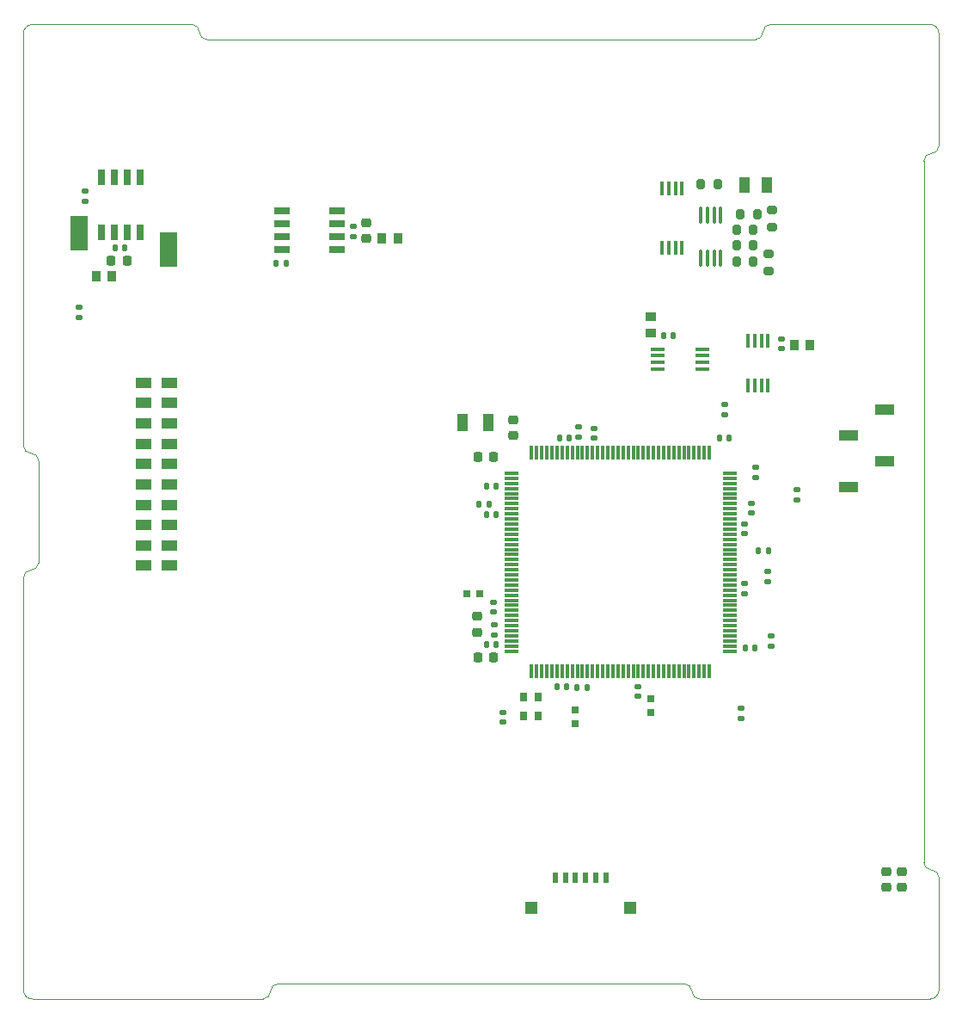
<source format=gbp>
%TF.GenerationSoftware,KiCad,Pcbnew,6.0.9*%
%TF.CreationDate,2023-07-28T14:51:24+03:00*%
%TF.ProjectId,obc-adcs-board,6f62632d-6164-4637-932d-626f6172642e,rev?*%
%TF.SameCoordinates,PX3e2df80PY83e4a60*%
%TF.FileFunction,Paste,Bot*%
%TF.FilePolarity,Positive*%
%FSLAX46Y46*%
G04 Gerber Fmt 4.6, Leading zero omitted, Abs format (unit mm)*
G04 Created by KiCad (PCBNEW 6.0.9) date 2023-07-28 14:51:24*
%MOMM*%
%LPD*%
G01*
G04 APERTURE LIST*
G04 Aperture macros list*
%AMRoundRect*
0 Rectangle with rounded corners*
0 $1 Rounding radius*
0 $2 $3 $4 $5 $6 $7 $8 $9 X,Y pos of 4 corners*
0 Add a 4 corners polygon primitive as box body*
4,1,4,$2,$3,$4,$5,$6,$7,$8,$9,$2,$3,0*
0 Add four circle primitives for the rounded corners*
1,1,$1+$1,$2,$3*
1,1,$1+$1,$4,$5*
1,1,$1+$1,$6,$7*
1,1,$1+$1,$8,$9*
0 Add four rect primitives between the rounded corners*
20,1,$1+$1,$2,$3,$4,$5,0*
20,1,$1+$1,$4,$5,$6,$7,0*
20,1,$1+$1,$6,$7,$8,$9,0*
20,1,$1+$1,$8,$9,$2,$3,0*%
G04 Aperture macros list end*
%TA.AperFunction,Profile*%
%ADD10C,0.100000*%
%TD*%
%ADD11R,0.450000X1.475000*%
%ADD12RoundRect,0.135000X-0.185000X0.135000X-0.185000X-0.135000X0.185000X-0.135000X0.185000X0.135000X0*%
%ADD13R,1.780000X3.430000*%
%ADD14R,1.475000X0.300000*%
%ADD15R,0.300000X1.475000*%
%ADD16RoundRect,0.200000X-0.200000X-0.275000X0.200000X-0.275000X0.200000X0.275000X-0.200000X0.275000X0*%
%ADD17RoundRect,0.140000X0.170000X-0.140000X0.170000X0.140000X-0.170000X0.140000X-0.170000X-0.140000X0*%
%ADD18RoundRect,0.135000X0.185000X-0.135000X0.185000X0.135000X-0.185000X0.135000X-0.185000X-0.135000X0*%
%ADD19R,0.550000X1.000000*%
%ADD20R,1.260000X1.300000*%
%ADD21RoundRect,0.225000X0.225000X0.250000X-0.225000X0.250000X-0.225000X-0.250000X0.225000X-0.250000X0*%
%ADD22RoundRect,0.200000X0.200000X0.275000X-0.200000X0.275000X-0.200000X-0.275000X0.200000X-0.275000X0*%
%ADD23RoundRect,0.140000X-0.170000X0.140000X-0.170000X-0.140000X0.170000X-0.140000X0.170000X0.140000X0*%
%ADD24R,0.650000X1.528000*%
%ADD25R,1.400000X0.450000*%
%ADD26RoundRect,0.100000X-0.100000X0.712500X-0.100000X-0.712500X0.100000X-0.712500X0.100000X0.712500X0*%
%ADD27RoundRect,0.225000X0.250000X-0.225000X0.250000X0.225000X-0.250000X0.225000X-0.250000X-0.225000X0*%
%ADD28RoundRect,0.140000X-0.140000X-0.170000X0.140000X-0.170000X0.140000X0.170000X-0.140000X0.170000X0*%
%ADD29RoundRect,0.225000X-0.250000X0.225000X-0.250000X-0.225000X0.250000X-0.225000X0.250000X0.225000X0*%
%ADD30R,1.000000X1.800000*%
%ADD31RoundRect,0.140000X0.140000X0.170000X-0.140000X0.170000X-0.140000X-0.170000X0.140000X-0.170000X0*%
%ADD32R,1.905000X1.020000*%
%ADD33R,0.940000X1.010000*%
%ADD34R,0.940000X1.020000*%
%ADD35R,0.450000X1.400000*%
%ADD36R,1.010000X0.940000*%
%ADD37RoundRect,0.200000X0.275000X-0.200000X0.275000X0.200000X-0.275000X0.200000X-0.275000X-0.200000X0*%
%ADD38RoundRect,0.225000X-0.225000X-0.250000X0.225000X-0.250000X0.225000X0.250000X-0.225000X0.250000X0*%
%ADD39R,0.700000X0.650000*%
%ADD40R,0.650000X0.700000*%
%ADD41R,1.000000X1.500000*%
%ADD42RoundRect,0.135000X-0.135000X-0.185000X0.135000X-0.185000X0.135000X0.185000X-0.135000X0.185000X0*%
%ADD43RoundRect,0.200000X-0.275000X0.200000X-0.275000X-0.200000X0.275000X-0.200000X0.275000X0.200000X0*%
%ADD44RoundRect,0.135000X0.135000X0.185000X-0.135000X0.185000X-0.135000X-0.185000X0.135000X-0.185000X0*%
%ADD45R,1.528000X0.650000*%
%ADD46R,0.800000X0.900000*%
%ADD47R,1.500000X1.000000*%
G04 APERTURE END LIST*
D10*
X1600000Y43065000D02*
X1600000Y53065000D01*
X66685000Y120000D02*
X89370000Y120000D01*
X850000Y42315000D02*
G75*
G03*
X100000Y41565000I0J-750000D01*
G01*
X65935000Y870000D02*
G75*
G03*
X65185000Y1620000I-750000J0D01*
G01*
X72185000Y94510000D02*
G75*
G03*
X72935000Y95260000I0J750000D01*
G01*
X90270000Y12065000D02*
X90270000Y1020000D01*
X850000Y42315000D02*
G75*
G03*
X1600000Y43065000I0J750000D01*
G01*
X25185000Y1620000D02*
G75*
G03*
X24435000Y870000I0J-750000D01*
G01*
X18185000Y94510000D02*
X72185000Y94510000D01*
X100000Y41565000D02*
X100000Y1010000D01*
X73685000Y96010000D02*
G75*
G03*
X72935000Y95260000I0J-750000D01*
G01*
X1000000Y96010000D02*
G75*
G03*
X100000Y95110000I0J-900000D01*
G01*
X100000Y1010000D02*
G75*
G03*
X1000000Y110000I900000J0D01*
G01*
X88770000Y13565000D02*
X88770000Y82565000D01*
X90270000Y12065000D02*
G75*
G03*
X89520000Y12815000I-750000J0D01*
G01*
X89520000Y83315000D02*
G75*
G03*
X88770000Y82565000I0J-750000D01*
G01*
X88770000Y13565000D02*
G75*
G03*
X89520000Y12815000I750000J0D01*
G01*
X25185000Y1620000D02*
X65185000Y1620000D01*
X73685000Y96010000D02*
X89370000Y96010000D01*
X89520000Y83315000D02*
G75*
G03*
X90270000Y84065000I0J750000D01*
G01*
X89370000Y120000D02*
G75*
G03*
X90270000Y1020000I0J900000D01*
G01*
X1600000Y53065000D02*
G75*
G03*
X850000Y53815000I-750000J0D01*
G01*
X23685000Y120000D02*
G75*
G03*
X24435000Y870000I0J750000D01*
G01*
X90270000Y95110000D02*
G75*
G03*
X89370000Y96010000I-900000J0D01*
G01*
X17435000Y95260000D02*
G75*
G03*
X18185000Y94510000I750000J0D01*
G01*
X100000Y54565000D02*
G75*
G03*
X850000Y53815000I750000J0D01*
G01*
X1000000Y96010000D02*
X16685000Y96010000D01*
X90270000Y95110000D02*
X90270000Y84065000D01*
X100000Y95110000D02*
X100000Y54565000D01*
X17435000Y95260000D02*
G75*
G03*
X16685000Y96010000I-750000J0D01*
G01*
X23685000Y120000D02*
X1000000Y110000D01*
X65935000Y870000D02*
G75*
G03*
X66685000Y120000I750000J0D01*
G01*
D11*
%TO.C,Q2*%
X63025000Y79888000D03*
X63675000Y79888000D03*
X64325000Y79888000D03*
X64975000Y79888000D03*
X64975000Y74012000D03*
X64325000Y74012000D03*
X63675000Y74012000D03*
X63025000Y74012000D03*
%TD*%
D12*
%TO.C,R9*%
X70800000Y28770000D03*
X70800000Y27750000D03*
%TD*%
D13*
%TO.C,TP53*%
X5620000Y75500000D03*
%TD*%
D14*
%TO.C,U14*%
X48162000Y34350000D03*
X48162000Y34850000D03*
X48162000Y35350000D03*
X48162000Y35850000D03*
X48162000Y36350000D03*
X48162000Y36850000D03*
X48162000Y37350000D03*
X48162000Y37850000D03*
X48162000Y38350000D03*
X48162000Y38850000D03*
X48162000Y39350000D03*
X48162000Y39850000D03*
X48162000Y40350000D03*
X48162000Y40850000D03*
X48162000Y41350000D03*
X48162000Y41850000D03*
X48162000Y42350000D03*
X48162000Y42850000D03*
X48162000Y43350000D03*
X48162000Y43850000D03*
X48162000Y44350000D03*
X48162000Y44850000D03*
X48162000Y45350000D03*
X48162000Y45850000D03*
X48162000Y46350000D03*
X48162000Y46850000D03*
X48162000Y47350000D03*
X48162000Y47850000D03*
X48162000Y48350000D03*
X48162000Y48850000D03*
X48162000Y49350000D03*
X48162000Y49850000D03*
X48162000Y50350000D03*
X48162000Y50850000D03*
X48162000Y51350000D03*
X48162000Y51850000D03*
D15*
X50150000Y53838000D03*
X50650000Y53838000D03*
X51150000Y53838000D03*
X51650000Y53838000D03*
X52150000Y53838000D03*
X52650000Y53838000D03*
X53150000Y53838000D03*
X53650000Y53838000D03*
X54150000Y53838000D03*
X54650000Y53838000D03*
X55150000Y53838000D03*
X55650000Y53838000D03*
X56150000Y53838000D03*
X56650000Y53838000D03*
X57150000Y53838000D03*
X57650000Y53838000D03*
X58150000Y53838000D03*
X58650000Y53838000D03*
X59150000Y53838000D03*
X59650000Y53838000D03*
X60150000Y53838000D03*
X60650000Y53838000D03*
X61150000Y53838000D03*
X61650000Y53838000D03*
X62150000Y53838000D03*
X62650000Y53838000D03*
X63150000Y53838000D03*
X63650000Y53838000D03*
X64150000Y53838000D03*
X64650000Y53838000D03*
X65150000Y53838000D03*
X65650000Y53838000D03*
X66150000Y53838000D03*
X66650000Y53838000D03*
X67150000Y53838000D03*
X67650000Y53838000D03*
D14*
X69638000Y51850000D03*
X69638000Y51350000D03*
X69638000Y50850000D03*
X69638000Y50350000D03*
X69638000Y49850000D03*
X69638000Y49350000D03*
X69638000Y48850000D03*
X69638000Y48350000D03*
X69638000Y47850000D03*
X69638000Y47350000D03*
X69638000Y46850000D03*
X69638000Y46350000D03*
X69638000Y45850000D03*
X69638000Y45350000D03*
X69638000Y44850000D03*
X69638000Y44350000D03*
X69638000Y43850000D03*
X69638000Y43350000D03*
X69638000Y42850000D03*
X69638000Y42350000D03*
X69638000Y41850000D03*
X69638000Y41350000D03*
X69638000Y40850000D03*
X69638000Y40350000D03*
X69638000Y39850000D03*
X69638000Y39350000D03*
X69638000Y38850000D03*
X69638000Y38350000D03*
X69638000Y37850000D03*
X69638000Y37350000D03*
X69638000Y36850000D03*
X69638000Y36350000D03*
X69638000Y35850000D03*
X69638000Y35350000D03*
X69638000Y34850000D03*
X69638000Y34350000D03*
D15*
X67650000Y32362000D03*
X67150000Y32362000D03*
X66650000Y32362000D03*
X66150000Y32362000D03*
X65650000Y32362000D03*
X65150000Y32362000D03*
X64650000Y32362000D03*
X64150000Y32362000D03*
X63650000Y32362000D03*
X63150000Y32362000D03*
X62650000Y32362000D03*
X62150000Y32362000D03*
X61650000Y32362000D03*
X61150000Y32362000D03*
X60650000Y32362000D03*
X60150000Y32362000D03*
X59650000Y32362000D03*
X59150000Y32362000D03*
X58650000Y32362000D03*
X58150000Y32362000D03*
X57650000Y32362000D03*
X57150000Y32362000D03*
X56650000Y32362000D03*
X56150000Y32362000D03*
X55650000Y32362000D03*
X55150000Y32362000D03*
X54650000Y32362000D03*
X54150000Y32362000D03*
X53650000Y32362000D03*
X53150000Y32362000D03*
X52650000Y32362000D03*
X52150000Y32362000D03*
X51650000Y32362000D03*
X51150000Y32362000D03*
X50650000Y32362000D03*
X50150000Y32362000D03*
%TD*%
D16*
%TO.C,R32*%
X70325000Y75800000D03*
X71975000Y75800000D03*
%TD*%
D17*
%TO.C,C35*%
X56300000Y55320000D03*
X56300000Y56280000D03*
%TD*%
D18*
%TO.C,R23*%
X76250000Y49240000D03*
X76250000Y50260000D03*
%TD*%
D19*
%TO.C,J20*%
X57470000Y12065000D03*
X56470000Y12065000D03*
X55470000Y12065000D03*
X54470000Y12065000D03*
X53470000Y12065000D03*
X52470000Y12065000D03*
D20*
X59845000Y9075000D03*
X50095000Y9075000D03*
%TD*%
D21*
%TO.C,C21*%
X46425000Y53438000D03*
X44875000Y53438000D03*
%TD*%
D22*
%TO.C,R30*%
X72375000Y77350000D03*
X70725000Y77350000D03*
%TD*%
D18*
%TO.C,R123*%
X6200000Y78590000D03*
X6200000Y79610000D03*
%TD*%
D23*
%TO.C,C19*%
X74750000Y65080000D03*
X74750000Y64120000D03*
%TD*%
D22*
%TO.C,R31*%
X71975000Y72700000D03*
X70325000Y72700000D03*
%TD*%
D21*
%TO.C,C38*%
X46375000Y33750000D03*
X44825000Y33750000D03*
%TD*%
D12*
%TO.C,R10*%
X73710000Y35850000D03*
X73710000Y34830000D03*
%TD*%
D24*
%TO.C,U11*%
X11605000Y75549000D03*
X10335000Y75549000D03*
X9065000Y75549000D03*
X7795000Y75549000D03*
X7795000Y80971000D03*
X9065000Y80971000D03*
X10335000Y80971000D03*
X11605000Y80971000D03*
%TD*%
D25*
%TO.C,U13*%
X67000000Y64075000D03*
X67000000Y63425000D03*
X67000000Y62775000D03*
X67000000Y62125000D03*
X62600000Y62125000D03*
X62600000Y62775000D03*
X62600000Y63425000D03*
X62600000Y64075000D03*
%TD*%
D26*
%TO.C,U15*%
X66825000Y77212500D03*
X67475000Y77212500D03*
X68125000Y77212500D03*
X68775000Y77212500D03*
X68775000Y72987500D03*
X68125000Y72987500D03*
X67475000Y72987500D03*
X66825000Y72987500D03*
%TD*%
D23*
%TO.C,C33*%
X60625000Y30880000D03*
X60625000Y29920000D03*
%TD*%
D27*
%TO.C,C24*%
X48300000Y55575000D03*
X48300000Y57125000D03*
%TD*%
D17*
%TO.C,C40*%
X71150000Y40020000D03*
X71150000Y40980000D03*
%TD*%
D28*
%TO.C,C20*%
X63120000Y65400000D03*
X64080000Y65400000D03*
%TD*%
D23*
%TO.C,C26*%
X46400000Y39180000D03*
X46400000Y38220000D03*
%TD*%
D29*
%TO.C,C30*%
X44750000Y37775000D03*
X44750000Y36225000D03*
%TD*%
D28*
%TO.C,C18*%
X9150000Y74020000D03*
X10110000Y74020000D03*
%TD*%
D18*
%TO.C,R20*%
X73400000Y41140000D03*
X73400000Y42160000D03*
%TD*%
D27*
%TO.C,C101*%
X86600000Y11125000D03*
X86600000Y12675000D03*
%TD*%
D28*
%TO.C,C41*%
X71170000Y34650000D03*
X72130000Y34650000D03*
%TD*%
D30*
%TO.C,Y1*%
X43350000Y56800000D03*
X45850000Y56800000D03*
%TD*%
D27*
%TO.C,C92*%
X33900000Y74925000D03*
X33900000Y76475000D03*
%TD*%
D23*
%TO.C,C91*%
X47350000Y28330000D03*
X47350000Y27370000D03*
%TD*%
D31*
%TO.C,C28*%
X45940000Y48810000D03*
X44980000Y48810000D03*
%TD*%
D32*
%TO.C,J18*%
X84878000Y58110000D03*
X81322000Y55570000D03*
X84878000Y53030000D03*
X81322000Y50490000D03*
%TD*%
D33*
%TO.C,F8*%
X77590000Y64450000D03*
X76010000Y64450000D03*
%TD*%
D34*
%TO.C,F7*%
X7260000Y71200000D03*
X8840000Y71200000D03*
%TD*%
D28*
%TO.C,C23*%
X52670000Y30825000D03*
X53630000Y30825000D03*
%TD*%
D35*
%TO.C,U12*%
X73425000Y60450000D03*
X72775000Y60450000D03*
X72125000Y60450000D03*
X71475000Y60450000D03*
X71475000Y64850000D03*
X72125000Y64850000D03*
X72775000Y64850000D03*
X73425000Y64850000D03*
%TD*%
D28*
%TO.C,C31*%
X52870000Y55350000D03*
X53830000Y55350000D03*
%TD*%
D18*
%TO.C,R24*%
X72200000Y51390000D03*
X72200000Y52410000D03*
%TD*%
D27*
%TO.C,C99*%
X85100000Y11125000D03*
X85100000Y12675000D03*
%TD*%
D36*
%TO.C,F9*%
X61850000Y67240000D03*
X61850000Y65660000D03*
%TD*%
D37*
%TO.C,R29*%
X73450000Y71775000D03*
X73450000Y73425000D03*
%TD*%
D23*
%TO.C,C37*%
X71150000Y46880000D03*
X71150000Y45920000D03*
%TD*%
D38*
%TO.C,C94*%
X8755000Y72770000D03*
X10305000Y72770000D03*
%TD*%
D39*
%TO.C,FL3*%
X61900000Y28325000D03*
X61900000Y29675000D03*
%TD*%
D40*
%TO.C,FL1*%
X43725000Y40000000D03*
X45075000Y40000000D03*
%TD*%
D34*
%TO.C,F6*%
X36990000Y75000000D03*
X35410000Y75000000D03*
%TD*%
D31*
%TO.C,C22*%
X55580000Y30800000D03*
X54620000Y30800000D03*
%TD*%
D41*
%TO.C,F10*%
X73300000Y80250000D03*
X71100000Y80250000D03*
%TD*%
D13*
%TO.C,TP54*%
X14400000Y73900000D03*
%TD*%
D42*
%TO.C,R122*%
X24990000Y72500000D03*
X26010000Y72500000D03*
%TD*%
D12*
%TO.C,R14*%
X54800000Y56410000D03*
X54800000Y55390000D03*
%TD*%
D18*
%TO.C,R15*%
X69150000Y57590000D03*
X69150000Y58610000D03*
%TD*%
D16*
%TO.C,R33*%
X70325000Y74250000D03*
X71975000Y74250000D03*
%TD*%
D43*
%TO.C,R28*%
X73800000Y77725000D03*
X73800000Y76075000D03*
%TD*%
D31*
%TO.C,C32*%
X46680000Y50550000D03*
X45720000Y50550000D03*
%TD*%
D44*
%TO.C,R26*%
X73460000Y44200000D03*
X72440000Y44200000D03*
%TD*%
D23*
%TO.C,C39*%
X46450000Y36910000D03*
X46450000Y35950000D03*
%TD*%
D31*
%TO.C,C42*%
X46680000Y35000000D03*
X45720000Y35000000D03*
%TD*%
D12*
%TO.C,R11*%
X5550000Y68150000D03*
X5550000Y67130000D03*
%TD*%
D45*
%TO.C,U10*%
X31011000Y77705000D03*
X31011000Y76435000D03*
X31011000Y75165000D03*
X31011000Y73895000D03*
X25589000Y73895000D03*
X25589000Y75165000D03*
X25589000Y76435000D03*
X25589000Y77705000D03*
%TD*%
D46*
%TO.C,Y2*%
X49325000Y27975000D03*
X49325000Y29825000D03*
X50775000Y29825000D03*
X50775000Y27975000D03*
%TD*%
D28*
%TO.C,C34*%
X68620000Y55350000D03*
X69580000Y55350000D03*
%TD*%
D17*
%TO.C,C36*%
X71750000Y47920000D03*
X71750000Y48880000D03*
%TD*%
D16*
%TO.C,R34*%
X66825000Y80300000D03*
X68475000Y80300000D03*
%TD*%
D31*
%TO.C,C29*%
X46680000Y47800000D03*
X45720000Y47800000D03*
%TD*%
D47*
%TO.C,J19*%
X14470000Y60750000D03*
X14470000Y58750000D03*
X14470000Y56750000D03*
X14470000Y54750000D03*
X14470000Y52750000D03*
X14470000Y50750000D03*
X14470000Y48750000D03*
X14470000Y46750000D03*
X14470000Y44750000D03*
X14470000Y42750000D03*
X11970000Y60750000D03*
X11970000Y58750000D03*
X11970000Y56750000D03*
X11970000Y54750000D03*
X11970000Y52750000D03*
X11970000Y50750000D03*
X11970000Y48750000D03*
X11970000Y46750000D03*
X11970000Y44750000D03*
X11970000Y42750000D03*
%TD*%
D39*
%TO.C,FL2*%
X54450000Y27225000D03*
X54450000Y28575000D03*
%TD*%
D17*
%TO.C,C17*%
X32600000Y75170000D03*
X32600000Y76130000D03*
%TD*%
M02*

</source>
